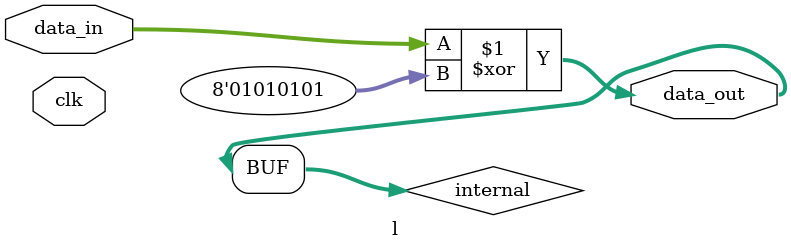
<source format=sv>
module l (
    input logic clk,
    input logic [7:0] data_in,
    output logic [7:0] data_out
);
    logic [7:0] internal;

    assign internal = data_in ^ 8'h55;
    assign data_out = internal;

endmodule

</source>
